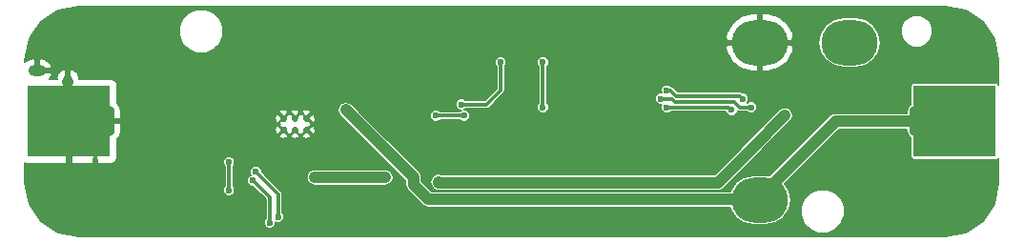
<source format=gbl>
G04 #@! TF.FileFunction,Copper,L2,Bot,Signal*
%FSLAX46Y46*%
G04 Gerber Fmt 4.6, Leading zero omitted, Abs format (unit mm)*
G04 Created by KiCad (PCBNEW 4.0.2+dfsg1-stable) date su 18. kesäkuuta 2017 19.48.31*
%MOMM*%
G01*
G04 APERTURE LIST*
%ADD10C,0.100000*%
%ADD11O,5.000000X4.000000*%
%ADD12R,7.340000X6.360000*%
%ADD13O,1.400000X2.900000*%
%ADD14C,0.400000*%
%ADD15O,0.950000X1.250000*%
%ADD16O,1.550000X1.000000*%
%ADD17C,0.600000*%
%ADD18C,0.300000*%
%ADD19C,1.000000*%
%ADD20C,0.152400*%
G04 APERTURE END LIST*
D10*
D11*
X172000000Y-107000000D03*
D12*
X189330000Y-100000000D03*
X110670000Y-100000000D03*
D11*
X172000000Y-93000000D03*
D13*
X186000000Y-100000000D03*
D14*
X129750000Y-99750000D03*
X130750000Y-99750000D03*
X131750000Y-99750000D03*
X131750000Y-100750000D03*
X130750000Y-100750000D03*
D15*
X110562540Y-96499100D03*
X110562540Y-101499100D03*
D16*
X107862540Y-95499100D03*
X107862540Y-102499100D03*
D14*
X129750000Y-100750000D03*
D13*
X114000000Y-100000000D03*
D11*
X180000000Y-93000000D03*
D17*
X180250000Y-103000000D03*
X113000000Y-103500000D03*
X149750000Y-92000000D03*
X110250000Y-108500000D03*
X109500000Y-107500000D03*
X123125000Y-101875000D03*
X168000000Y-100000000D03*
X155000000Y-104000000D03*
X151000000Y-99000000D03*
X150000000Y-101250000D03*
X127625000Y-108375000D03*
X119625000Y-98375000D03*
X124125000Y-98375000D03*
X130000000Y-107500000D03*
X131250000Y-107500000D03*
X129000000Y-93000000D03*
X163750000Y-98750000D03*
X169500000Y-99000000D03*
X124875000Y-106125000D03*
X124875000Y-103625000D03*
X152750000Y-94750000D03*
X152750000Y-98750000D03*
X143450000Y-105400000D03*
X171250000Y-102500000D03*
X174250000Y-99500000D03*
X145500000Y-98500000D03*
X149000000Y-94750000D03*
X135250000Y-99000000D03*
X132500000Y-105000000D03*
X138750000Y-105000000D03*
X163750000Y-97250000D03*
X170500000Y-98000000D03*
X127250000Y-104500000D03*
X129250000Y-108500000D03*
X163250000Y-98000000D03*
X171250000Y-98750000D03*
X128500000Y-109000000D03*
X127000000Y-105250000D03*
X143250000Y-99500000D03*
X145750000Y-99500000D03*
D18*
X113000000Y-102330000D02*
X113000000Y-103500000D01*
X113000000Y-102330000D02*
X110670000Y-100000000D01*
X163750000Y-98750000D02*
X169000000Y-98750000D01*
X169250000Y-98750000D02*
X169500000Y-99000000D01*
X169000000Y-98750000D02*
X169250000Y-98750000D01*
X124875000Y-103625000D02*
X124875000Y-106125000D01*
D19*
X170000000Y-103750000D02*
X168300000Y-105450000D01*
X168300000Y-105450000D02*
X156000000Y-105450000D01*
D18*
X152750000Y-98750000D02*
X152750000Y-94750000D01*
D19*
X156000000Y-105450000D02*
X143500000Y-105450000D01*
X143500000Y-105450000D02*
X143450000Y-105400000D01*
X170000000Y-103750000D02*
X171250000Y-102500000D01*
X171250000Y-102500000D02*
X174250000Y-99500000D01*
D18*
X147750000Y-98500000D02*
X148500000Y-97750000D01*
X145500000Y-98500000D02*
X147750000Y-98500000D01*
X149000000Y-94750000D02*
X149000000Y-97250000D01*
X148500000Y-97750000D02*
X149000000Y-97250000D01*
D19*
X172000000Y-107000000D02*
X172000000Y-106750000D01*
X172000000Y-106750000D02*
X178750000Y-100000000D01*
X156650000Y-106950000D02*
X171950000Y-106950000D01*
X171950000Y-106950000D02*
X172000000Y-107000000D01*
X180750000Y-100000000D02*
X189330000Y-100000000D01*
X180750000Y-100000000D02*
X178750000Y-100000000D01*
X156650000Y-106950000D02*
X142550000Y-106950000D01*
X142550000Y-106950000D02*
X141250000Y-105650000D01*
X141250000Y-105650000D02*
X141250000Y-105000000D01*
X141250000Y-105000000D02*
X135250000Y-99000000D01*
X189330000Y-100000000D02*
X189000000Y-100000000D01*
X189330000Y-100000000D02*
X186750000Y-97420000D01*
X189330000Y-100000000D02*
X188750000Y-100000000D01*
X132500000Y-105000000D02*
X138750000Y-105000000D01*
D18*
X164092196Y-97250000D02*
X164592196Y-97750000D01*
X163750000Y-97250000D02*
X164092196Y-97250000D01*
X170000000Y-97750000D02*
X170250000Y-97750000D01*
X170250000Y-97750000D02*
X170500000Y-98000000D01*
X164592196Y-97750000D02*
X170000000Y-97750000D01*
X129250000Y-108500000D02*
X129250000Y-106500000D01*
X127250000Y-104500000D02*
X129250000Y-106500000D01*
X164452402Y-98250000D02*
X169750000Y-98250000D01*
X164202402Y-98000000D02*
X164452402Y-98250000D01*
X163250000Y-98000000D02*
X164202402Y-98000000D01*
X170250000Y-98750000D02*
X171250000Y-98750000D01*
X169750000Y-98250000D02*
X170250000Y-98750000D01*
X128500000Y-106750000D02*
X128500000Y-109000000D01*
X127000000Y-105250000D02*
X128500000Y-106750000D01*
X145750000Y-99500000D02*
X143250000Y-99500000D01*
D20*
G36*
X190304714Y-90143038D02*
X191834676Y-91165327D01*
X192856962Y-92695286D01*
X193221400Y-94527441D01*
X193221400Y-96757937D01*
X193217138Y-96735286D01*
X193167072Y-96657482D01*
X193090680Y-96605285D01*
X193000000Y-96586922D01*
X185660000Y-96586922D01*
X185575286Y-96602862D01*
X185497482Y-96652928D01*
X185445285Y-96729320D01*
X185426922Y-96820000D01*
X185426922Y-98504674D01*
X185343381Y-98560495D01*
X185142085Y-98861754D01*
X185071400Y-99217114D01*
X185071400Y-99271400D01*
X178750000Y-99271400D01*
X178471177Y-99326861D01*
X178234802Y-99484802D01*
X172882711Y-104836893D01*
X172553456Y-104771400D01*
X171446544Y-104771400D01*
X170593696Y-104941042D01*
X169870686Y-105424142D01*
X169387586Y-106147152D01*
X169372817Y-106221400D01*
X142851796Y-106221400D01*
X142030396Y-105400000D01*
X142721400Y-105400000D01*
X142776861Y-105678824D01*
X142934802Y-105915198D01*
X142984802Y-105965198D01*
X143221177Y-106123139D01*
X143500000Y-106178600D01*
X168300000Y-106178600D01*
X168578824Y-106123139D01*
X168815198Y-105965198D01*
X174765198Y-100015198D01*
X174923139Y-99778823D01*
X174978600Y-99500000D01*
X174923139Y-99221176D01*
X174765198Y-98984802D01*
X174528824Y-98826861D01*
X174250000Y-98771400D01*
X173971177Y-98826861D01*
X173734802Y-98984802D01*
X167998204Y-104721400D01*
X143701369Y-104721400D01*
X143450000Y-104671400D01*
X143171176Y-104726861D01*
X142934802Y-104884802D01*
X142776861Y-105121176D01*
X142721400Y-105400000D01*
X142030396Y-105400000D01*
X141978600Y-105348204D01*
X141978600Y-105000000D01*
X141962966Y-104921400D01*
X141923139Y-104721176D01*
X141765198Y-104484802D01*
X136885080Y-99604684D01*
X142721308Y-99604684D01*
X142801613Y-99799037D01*
X142950181Y-99947864D01*
X143144394Y-100028508D01*
X143354684Y-100028692D01*
X143549037Y-99948387D01*
X143618946Y-99878600D01*
X145381038Y-99878600D01*
X145450181Y-99947864D01*
X145644394Y-100028508D01*
X145854684Y-100028692D01*
X146049037Y-99948387D01*
X146197864Y-99799819D01*
X146278508Y-99605606D01*
X146278692Y-99395316D01*
X146198387Y-99200963D01*
X146049819Y-99052136D01*
X145855606Y-98971492D01*
X145743356Y-98971394D01*
X145799037Y-98948387D01*
X145868946Y-98878600D01*
X147749995Y-98878600D01*
X147750000Y-98878601D01*
X147894884Y-98849781D01*
X148017711Y-98767711D01*
X148767711Y-98017711D01*
X149267708Y-97517713D01*
X149267711Y-97517711D01*
X149349781Y-97394884D01*
X149354452Y-97371400D01*
X149378601Y-97250000D01*
X149378600Y-97249995D01*
X149378600Y-95118962D01*
X149447864Y-95049819D01*
X149528508Y-94855606D01*
X149528508Y-94854684D01*
X152221308Y-94854684D01*
X152301613Y-95049037D01*
X152371400Y-95118946D01*
X152371400Y-98381038D01*
X152302136Y-98450181D01*
X152221492Y-98644394D01*
X152221308Y-98854684D01*
X152301613Y-99049037D01*
X152450181Y-99197864D01*
X152644394Y-99278508D01*
X152854684Y-99278692D01*
X153049037Y-99198387D01*
X153197864Y-99049819D01*
X153278508Y-98855606D01*
X153278692Y-98645316D01*
X153198387Y-98450963D01*
X153128600Y-98381054D01*
X153128600Y-98104684D01*
X162721308Y-98104684D01*
X162801613Y-98299037D01*
X162950181Y-98447864D01*
X163144394Y-98528508D01*
X163269566Y-98528618D01*
X163221492Y-98644394D01*
X163221308Y-98854684D01*
X163301613Y-99049037D01*
X163450181Y-99197864D01*
X163644394Y-99278508D01*
X163854684Y-99278692D01*
X164049037Y-99198387D01*
X164118946Y-99128600D01*
X168981190Y-99128600D01*
X169051613Y-99299037D01*
X169200181Y-99447864D01*
X169394394Y-99528508D01*
X169604684Y-99528692D01*
X169799037Y-99448387D01*
X169947864Y-99299819D01*
X170028508Y-99105606D01*
X170028558Y-99048627D01*
X170033810Y-99052136D01*
X170105116Y-99099781D01*
X170250000Y-99128601D01*
X170250005Y-99128600D01*
X170881038Y-99128600D01*
X170950181Y-99197864D01*
X171144394Y-99278508D01*
X171354684Y-99278692D01*
X171549037Y-99198387D01*
X171697864Y-99049819D01*
X171778508Y-98855606D01*
X171778692Y-98645316D01*
X171698387Y-98450963D01*
X171549819Y-98302136D01*
X171355606Y-98221492D01*
X171145316Y-98221308D01*
X170950963Y-98301613D01*
X170881054Y-98371400D01*
X170876158Y-98371400D01*
X170947864Y-98299819D01*
X171028508Y-98105606D01*
X171028692Y-97895316D01*
X170948387Y-97700963D01*
X170799819Y-97552136D01*
X170605606Y-97471492D01*
X170501416Y-97471401D01*
X170394884Y-97400219D01*
X170250000Y-97371399D01*
X170249995Y-97371400D01*
X164749017Y-97371400D01*
X164359907Y-96982289D01*
X164237080Y-96900219D01*
X164125593Y-96878042D01*
X164049819Y-96802136D01*
X163855606Y-96721492D01*
X163645316Y-96721308D01*
X163450963Y-96801613D01*
X163302136Y-96950181D01*
X163221492Y-97144394D01*
X163221308Y-97354684D01*
X163269541Y-97471417D01*
X163145316Y-97471308D01*
X162950963Y-97551613D01*
X162802136Y-97700181D01*
X162721492Y-97894394D01*
X162721308Y-98104684D01*
X153128600Y-98104684D01*
X153128600Y-95118962D01*
X153197864Y-95049819D01*
X153278508Y-94855606D01*
X153278692Y-94645316D01*
X153198387Y-94450963D01*
X153049819Y-94302136D01*
X152855606Y-94221492D01*
X152645316Y-94221308D01*
X152450963Y-94301613D01*
X152302136Y-94450181D01*
X152221492Y-94644394D01*
X152221308Y-94854684D01*
X149528508Y-94854684D01*
X149528692Y-94645316D01*
X149448387Y-94450963D01*
X149299819Y-94302136D01*
X149105606Y-94221492D01*
X148895316Y-94221308D01*
X148700963Y-94301613D01*
X148552136Y-94450181D01*
X148471492Y-94644394D01*
X148471308Y-94854684D01*
X148551613Y-95049037D01*
X148621400Y-95118946D01*
X148621400Y-97093179D01*
X148232289Y-97482289D01*
X147593178Y-98121400D01*
X145868962Y-98121400D01*
X145799819Y-98052136D01*
X145605606Y-97971492D01*
X145395316Y-97971308D01*
X145200963Y-98051613D01*
X145052136Y-98200181D01*
X144971492Y-98394394D01*
X144971308Y-98604684D01*
X145051613Y-98799037D01*
X145200181Y-98947864D01*
X145394394Y-99028508D01*
X145506644Y-99028606D01*
X145450963Y-99051613D01*
X145381054Y-99121400D01*
X143618962Y-99121400D01*
X143549819Y-99052136D01*
X143355606Y-98971492D01*
X143145316Y-98971308D01*
X142950963Y-99051613D01*
X142802136Y-99200181D01*
X142721492Y-99394394D01*
X142721308Y-99604684D01*
X136885080Y-99604684D01*
X135765198Y-98484802D01*
X135528824Y-98326861D01*
X135250000Y-98271400D01*
X134971176Y-98326861D01*
X134734802Y-98484802D01*
X134576861Y-98721176D01*
X134521400Y-99000000D01*
X134576861Y-99278824D01*
X134734802Y-99515198D01*
X140521400Y-105301796D01*
X140521400Y-105650000D01*
X140576861Y-105928824D01*
X140734802Y-106165198D01*
X142034802Y-107465198D01*
X142271177Y-107623139D01*
X142550000Y-107678600D01*
X169352926Y-107678600D01*
X169387586Y-107852848D01*
X169870686Y-108575858D01*
X170593696Y-109058958D01*
X171446544Y-109228600D01*
X172553456Y-109228600D01*
X173406304Y-109058958D01*
X174129314Y-108575858D01*
X174255578Y-108386890D01*
X175646062Y-108386890D01*
X175942853Y-109105180D01*
X176491930Y-109655216D01*
X177209700Y-109953260D01*
X177986890Y-109953938D01*
X178705180Y-109657147D01*
X179255216Y-109108070D01*
X179553260Y-108390300D01*
X179553938Y-107613110D01*
X179257147Y-106894820D01*
X178708070Y-106344784D01*
X177990300Y-106046740D01*
X177213110Y-106046062D01*
X176494820Y-106342853D01*
X175944784Y-106891930D01*
X175646740Y-107609700D01*
X175646062Y-108386890D01*
X174255578Y-108386890D01*
X174612414Y-107852848D01*
X174782056Y-107000000D01*
X174612414Y-106147152D01*
X174220213Y-105560183D01*
X179051796Y-100728600D01*
X185071400Y-100728600D01*
X185071400Y-100782886D01*
X185142085Y-101138246D01*
X185343381Y-101439505D01*
X185426922Y-101495326D01*
X185426922Y-103180000D01*
X185442862Y-103264714D01*
X185492928Y-103342518D01*
X185569320Y-103394715D01*
X185660000Y-103413078D01*
X193000000Y-103413078D01*
X193084714Y-103397138D01*
X193162518Y-103347072D01*
X193214715Y-103270680D01*
X193221400Y-103237668D01*
X193221400Y-105472559D01*
X192856962Y-107304714D01*
X191834676Y-108834673D01*
X190304714Y-109856962D01*
X188472559Y-110221400D01*
X111527441Y-110221400D01*
X109695286Y-109856962D01*
X108165327Y-108834676D01*
X107143038Y-107304714D01*
X106778600Y-105472559D01*
X106778600Y-103720627D01*
X106883795Y-103764200D01*
X110346150Y-103764200D01*
X110492200Y-103618150D01*
X110492200Y-100453427D01*
X110740340Y-100453427D01*
X110740340Y-101321300D01*
X110760340Y-101321300D01*
X110760340Y-101676900D01*
X110740340Y-101676900D01*
X110740340Y-102544773D01*
X110847800Y-102616673D01*
X110847800Y-103618150D01*
X110993850Y-103764200D01*
X114456205Y-103764200D01*
X114539534Y-103729684D01*
X124346308Y-103729684D01*
X124426613Y-103924037D01*
X124496400Y-103993946D01*
X124496400Y-105756038D01*
X124427136Y-105825181D01*
X124346492Y-106019394D01*
X124346308Y-106229684D01*
X124426613Y-106424037D01*
X124575181Y-106572864D01*
X124769394Y-106653508D01*
X124979684Y-106653692D01*
X125174037Y-106573387D01*
X125322864Y-106424819D01*
X125403508Y-106230606D01*
X125403692Y-106020316D01*
X125323387Y-105825963D01*
X125253600Y-105756054D01*
X125253600Y-105354684D01*
X126471308Y-105354684D01*
X126551613Y-105549037D01*
X126700181Y-105697864D01*
X126894394Y-105778508D01*
X126993173Y-105778594D01*
X128121400Y-106906821D01*
X128121400Y-108631038D01*
X128052136Y-108700181D01*
X127971492Y-108894394D01*
X127971308Y-109104684D01*
X128051613Y-109299037D01*
X128200181Y-109447864D01*
X128394394Y-109528508D01*
X128604684Y-109528692D01*
X128799037Y-109448387D01*
X128947864Y-109299819D01*
X129028508Y-109105606D01*
X129028618Y-108980434D01*
X129144394Y-109028508D01*
X129354684Y-109028692D01*
X129549037Y-108948387D01*
X129697864Y-108799819D01*
X129778508Y-108605606D01*
X129778692Y-108395316D01*
X129698387Y-108200963D01*
X129628600Y-108131054D01*
X129628600Y-106500000D01*
X129599781Y-106355116D01*
X129517711Y-106232289D01*
X128285422Y-105000000D01*
X131771400Y-105000000D01*
X131826861Y-105278823D01*
X131984802Y-105515198D01*
X132221177Y-105673139D01*
X132500000Y-105728600D01*
X138750000Y-105728600D01*
X139028823Y-105673139D01*
X139265198Y-105515198D01*
X139423139Y-105278823D01*
X139478600Y-105000000D01*
X139423139Y-104721177D01*
X139265198Y-104484802D01*
X139028823Y-104326861D01*
X138750000Y-104271400D01*
X132500000Y-104271400D01*
X132221177Y-104326861D01*
X131984802Y-104484802D01*
X131826861Y-104721177D01*
X131771400Y-105000000D01*
X128285422Y-105000000D01*
X127778606Y-104493184D01*
X127778692Y-104395316D01*
X127698387Y-104200963D01*
X127549819Y-104052136D01*
X127355606Y-103971492D01*
X127145316Y-103971308D01*
X126950963Y-104051613D01*
X126802136Y-104200181D01*
X126721492Y-104394394D01*
X126721308Y-104604684D01*
X126787844Y-104765714D01*
X126700963Y-104801613D01*
X126552136Y-104950181D01*
X126471492Y-105144394D01*
X126471308Y-105354684D01*
X125253600Y-105354684D01*
X125253600Y-103993962D01*
X125322864Y-103924819D01*
X125403508Y-103730606D01*
X125403692Y-103520316D01*
X125323387Y-103325963D01*
X125174819Y-103177136D01*
X124980606Y-103096492D01*
X124770316Y-103096308D01*
X124575963Y-103176613D01*
X124427136Y-103325181D01*
X124346492Y-103519394D01*
X124346308Y-103729684D01*
X114539534Y-103729684D01*
X114670923Y-103675261D01*
X114835261Y-103510922D01*
X114924200Y-103296204D01*
X114924200Y-101624196D01*
X115118405Y-101405708D01*
X115162927Y-101277372D01*
X129364049Y-101277372D01*
X129364620Y-101450560D01*
X129662048Y-101544711D01*
X129972865Y-101517875D01*
X130135380Y-101450560D01*
X130135951Y-101277372D01*
X130364049Y-101277372D01*
X130364620Y-101450560D01*
X130662048Y-101544711D01*
X130972865Y-101517875D01*
X131135380Y-101450560D01*
X131135951Y-101277372D01*
X131364049Y-101277372D01*
X131364620Y-101450560D01*
X131662048Y-101544711D01*
X131972865Y-101517875D01*
X132135380Y-101450560D01*
X132135951Y-101277372D01*
X131750000Y-100891421D01*
X131364049Y-101277372D01*
X131135951Y-101277372D01*
X130750000Y-100891421D01*
X130364049Y-101277372D01*
X130135951Y-101277372D01*
X129750000Y-100891421D01*
X129364049Y-101277372D01*
X115162927Y-101277372D01*
X115284200Y-100927800D01*
X115284200Y-100662048D01*
X128955289Y-100662048D01*
X128982125Y-100972865D01*
X129049440Y-101135380D01*
X129222628Y-101135951D01*
X129608579Y-100750000D01*
X129222628Y-100364049D01*
X129049440Y-100364620D01*
X128955289Y-100662048D01*
X115284200Y-100662048D01*
X115284200Y-100222628D01*
X129364049Y-100222628D01*
X129391421Y-100250000D01*
X129364049Y-100277372D01*
X129364620Y-100450560D01*
X129662048Y-100544711D01*
X129684218Y-100542797D01*
X129750000Y-100608579D01*
X129819156Y-100539424D01*
X129956565Y-100676833D01*
X129957203Y-100684218D01*
X129891421Y-100750000D01*
X129969636Y-100828215D01*
X129982125Y-100972865D01*
X130049440Y-101135380D01*
X130222628Y-101135951D01*
X130250000Y-101108579D01*
X130277372Y-101135951D01*
X130450560Y-101135380D01*
X130544711Y-100837952D01*
X130542797Y-100815782D01*
X130608579Y-100750000D01*
X130539424Y-100680845D01*
X130676833Y-100543435D01*
X130684218Y-100542797D01*
X130750000Y-100608579D01*
X130819156Y-100539424D01*
X130956565Y-100676833D01*
X130957203Y-100684218D01*
X130891421Y-100750000D01*
X130969636Y-100828215D01*
X130982125Y-100972865D01*
X131049440Y-101135380D01*
X131222628Y-101135951D01*
X131250000Y-101108579D01*
X131277372Y-101135951D01*
X131450560Y-101135380D01*
X131544711Y-100837952D01*
X131542797Y-100815782D01*
X131608579Y-100750000D01*
X131891421Y-100750000D01*
X132277372Y-101135951D01*
X132450560Y-101135380D01*
X132544711Y-100837952D01*
X132517875Y-100527135D01*
X132450560Y-100364620D01*
X132277372Y-100364049D01*
X131891421Y-100750000D01*
X131608579Y-100750000D01*
X131539424Y-100680845D01*
X131676833Y-100543435D01*
X131684218Y-100542797D01*
X131750000Y-100608579D01*
X131828215Y-100530364D01*
X131972865Y-100517875D01*
X132135380Y-100450560D01*
X132135951Y-100277372D01*
X132108579Y-100250000D01*
X132135951Y-100222628D01*
X132135380Y-100049440D01*
X131837952Y-99955289D01*
X131815782Y-99957203D01*
X131750000Y-99891421D01*
X131680845Y-99960577D01*
X131543435Y-99823167D01*
X131542797Y-99815782D01*
X131608579Y-99750000D01*
X131891421Y-99750000D01*
X132277372Y-100135951D01*
X132450560Y-100135380D01*
X132544711Y-99837952D01*
X132517875Y-99527135D01*
X132450560Y-99364620D01*
X132277372Y-99364049D01*
X131891421Y-99750000D01*
X131608579Y-99750000D01*
X131530364Y-99671785D01*
X131517875Y-99527135D01*
X131450560Y-99364620D01*
X131277372Y-99364049D01*
X131250000Y-99391421D01*
X131222628Y-99364049D01*
X131049440Y-99364620D01*
X130955289Y-99662048D01*
X130957203Y-99684218D01*
X130891421Y-99750000D01*
X130960577Y-99819156D01*
X130823167Y-99956565D01*
X130815782Y-99957203D01*
X130750000Y-99891421D01*
X130680845Y-99960577D01*
X130543435Y-99823167D01*
X130542797Y-99815782D01*
X130608579Y-99750000D01*
X130530364Y-99671785D01*
X130517875Y-99527135D01*
X130450560Y-99364620D01*
X130277372Y-99364049D01*
X130250000Y-99391421D01*
X130222628Y-99364049D01*
X130049440Y-99364620D01*
X129955289Y-99662048D01*
X129957203Y-99684218D01*
X129891421Y-99750000D01*
X129960577Y-99819156D01*
X129823167Y-99956565D01*
X129815782Y-99957203D01*
X129750000Y-99891421D01*
X129671785Y-99969636D01*
X129527135Y-99982125D01*
X129364620Y-100049440D01*
X129364049Y-100222628D01*
X115284200Y-100222628D01*
X115284200Y-100177800D01*
X110847800Y-100177800D01*
X110847800Y-100381527D01*
X110740340Y-100453427D01*
X110492200Y-100453427D01*
X110492200Y-100177800D01*
X110472200Y-100177800D01*
X110472200Y-99822200D01*
X110492200Y-99822200D01*
X110492200Y-96381850D01*
X110384740Y-96274390D01*
X110384740Y-95453427D01*
X110740340Y-95453427D01*
X110740340Y-96321300D01*
X110760340Y-96321300D01*
X110760340Y-96676900D01*
X110740340Y-96676900D01*
X110740340Y-97544773D01*
X110847800Y-97616673D01*
X110847800Y-99822200D01*
X115284200Y-99822200D01*
X115284200Y-99662048D01*
X128955289Y-99662048D01*
X128982125Y-99972865D01*
X129049440Y-100135380D01*
X129222628Y-100135951D01*
X129608579Y-99750000D01*
X129222628Y-99364049D01*
X129049440Y-99364620D01*
X128955289Y-99662048D01*
X115284200Y-99662048D01*
X115284200Y-99222628D01*
X129364049Y-99222628D01*
X129750000Y-99608579D01*
X130135951Y-99222628D01*
X130364049Y-99222628D01*
X130750000Y-99608579D01*
X131135951Y-99222628D01*
X131364049Y-99222628D01*
X131750000Y-99608579D01*
X132135951Y-99222628D01*
X132135380Y-99049440D01*
X131837952Y-98955289D01*
X131527135Y-98982125D01*
X131364620Y-99049440D01*
X131364049Y-99222628D01*
X131135951Y-99222628D01*
X131135380Y-99049440D01*
X130837952Y-98955289D01*
X130527135Y-98982125D01*
X130364620Y-99049440D01*
X130364049Y-99222628D01*
X130135951Y-99222628D01*
X130135380Y-99049440D01*
X129837952Y-98955289D01*
X129527135Y-98982125D01*
X129364620Y-99049440D01*
X129364049Y-99222628D01*
X115284200Y-99222628D01*
X115284200Y-99072200D01*
X115118405Y-98594292D01*
X114924200Y-98375804D01*
X114924200Y-96703796D01*
X114835261Y-96489078D01*
X114670923Y-96324739D01*
X114456205Y-96235800D01*
X111540046Y-96235800D01*
X111602046Y-96156312D01*
X111449142Y-95773185D01*
X111161260Y-95477736D01*
X110901495Y-95345600D01*
X110740340Y-95453427D01*
X110384740Y-95453427D01*
X110223585Y-95345600D01*
X109963820Y-95477736D01*
X109675938Y-95773185D01*
X109523034Y-96156312D01*
X109585034Y-96235800D01*
X108943067Y-96235800D01*
X108963959Y-96219674D01*
X109166080Y-95842021D01*
X109058687Y-95676900D01*
X108040340Y-95676900D01*
X108040340Y-95696900D01*
X107684740Y-95696900D01*
X107684740Y-95676900D01*
X107664740Y-95676900D01*
X107664740Y-95321300D01*
X107684740Y-95321300D01*
X107684740Y-94553019D01*
X108040340Y-94553019D01*
X108040340Y-95321300D01*
X109058687Y-95321300D01*
X109166080Y-95156179D01*
X108963959Y-94778526D01*
X108625300Y-94517119D01*
X108212384Y-94405210D01*
X108040340Y-94553019D01*
X107684740Y-94553019D01*
X107512696Y-94405210D01*
X107099780Y-94517119D01*
X106778600Y-94765034D01*
X106778600Y-94527441D01*
X107143038Y-92695286D01*
X107349101Y-92386890D01*
X120446062Y-92386890D01*
X120742853Y-93105180D01*
X121291930Y-93655216D01*
X122009700Y-93953260D01*
X122786890Y-93953938D01*
X123505180Y-93657147D01*
X123583552Y-93578911D01*
X168981478Y-93578911D01*
X169044469Y-93824665D01*
X169546971Y-94701582D01*
X170346804Y-95319448D01*
X171322200Y-95584200D01*
X171822200Y-95584200D01*
X171822200Y-93177800D01*
X172177800Y-93177800D01*
X172177800Y-95584200D01*
X172677800Y-95584200D01*
X173653196Y-95319448D01*
X174453029Y-94701582D01*
X174955531Y-93824665D01*
X175018522Y-93578911D01*
X174931658Y-93177800D01*
X172177800Y-93177800D01*
X171822200Y-93177800D01*
X169068342Y-93177800D01*
X168981478Y-93578911D01*
X123583552Y-93578911D01*
X124055216Y-93108070D01*
X124100090Y-93000000D01*
X177217944Y-93000000D01*
X177387586Y-93852848D01*
X177870686Y-94575858D01*
X178593696Y-95058958D01*
X179446544Y-95228600D01*
X180553456Y-95228600D01*
X181406304Y-95058958D01*
X182129314Y-94575858D01*
X182612414Y-93852848D01*
X182782056Y-93000000D01*
X182639223Y-92281929D01*
X184506153Y-92281929D01*
X184722427Y-92805351D01*
X185122542Y-93206166D01*
X185645586Y-93423352D01*
X186211929Y-93423847D01*
X186735351Y-93207573D01*
X187136166Y-92807458D01*
X187353352Y-92284414D01*
X187353847Y-91718071D01*
X187137573Y-91194649D01*
X186737458Y-90793834D01*
X186214414Y-90576648D01*
X185648071Y-90576153D01*
X185124649Y-90792427D01*
X184723834Y-91192542D01*
X184506648Y-91715586D01*
X184506153Y-92281929D01*
X182639223Y-92281929D01*
X182612414Y-92147152D01*
X182129314Y-91424142D01*
X181406304Y-90941042D01*
X180553456Y-90771400D01*
X179446544Y-90771400D01*
X178593696Y-90941042D01*
X177870686Y-91424142D01*
X177387586Y-92147152D01*
X177217944Y-93000000D01*
X124100090Y-93000000D01*
X124340475Y-92421089D01*
X168981478Y-92421089D01*
X169068342Y-92822200D01*
X171822200Y-92822200D01*
X171822200Y-90415800D01*
X172177800Y-90415800D01*
X172177800Y-92822200D01*
X174931658Y-92822200D01*
X175018522Y-92421089D01*
X174955531Y-92175335D01*
X174453029Y-91298418D01*
X173653196Y-90680552D01*
X172677800Y-90415800D01*
X172177800Y-90415800D01*
X171822200Y-90415800D01*
X171322200Y-90415800D01*
X170346804Y-90680552D01*
X169546971Y-91298418D01*
X169044469Y-92175335D01*
X168981478Y-92421089D01*
X124340475Y-92421089D01*
X124353260Y-92390300D01*
X124353938Y-91613110D01*
X124057147Y-90894820D01*
X123508070Y-90344784D01*
X122790300Y-90046740D01*
X122013110Y-90046062D01*
X121294820Y-90342853D01*
X120744784Y-90891930D01*
X120446740Y-91609700D01*
X120446062Y-92386890D01*
X107349101Y-92386890D01*
X108165327Y-91165324D01*
X109695286Y-90143038D01*
X111527441Y-89778600D01*
X188472559Y-89778600D01*
X190304714Y-90143038D01*
X190304714Y-90143038D01*
G37*
X190304714Y-90143038D02*
X191834676Y-91165327D01*
X192856962Y-92695286D01*
X193221400Y-94527441D01*
X193221400Y-96757937D01*
X193217138Y-96735286D01*
X193167072Y-96657482D01*
X193090680Y-96605285D01*
X193000000Y-96586922D01*
X185660000Y-96586922D01*
X185575286Y-96602862D01*
X185497482Y-96652928D01*
X185445285Y-96729320D01*
X185426922Y-96820000D01*
X185426922Y-98504674D01*
X185343381Y-98560495D01*
X185142085Y-98861754D01*
X185071400Y-99217114D01*
X185071400Y-99271400D01*
X178750000Y-99271400D01*
X178471177Y-99326861D01*
X178234802Y-99484802D01*
X172882711Y-104836893D01*
X172553456Y-104771400D01*
X171446544Y-104771400D01*
X170593696Y-104941042D01*
X169870686Y-105424142D01*
X169387586Y-106147152D01*
X169372817Y-106221400D01*
X142851796Y-106221400D01*
X142030396Y-105400000D01*
X142721400Y-105400000D01*
X142776861Y-105678824D01*
X142934802Y-105915198D01*
X142984802Y-105965198D01*
X143221177Y-106123139D01*
X143500000Y-106178600D01*
X168300000Y-106178600D01*
X168578824Y-106123139D01*
X168815198Y-105965198D01*
X174765198Y-100015198D01*
X174923139Y-99778823D01*
X174978600Y-99500000D01*
X174923139Y-99221176D01*
X174765198Y-98984802D01*
X174528824Y-98826861D01*
X174250000Y-98771400D01*
X173971177Y-98826861D01*
X173734802Y-98984802D01*
X167998204Y-104721400D01*
X143701369Y-104721400D01*
X143450000Y-104671400D01*
X143171176Y-104726861D01*
X142934802Y-104884802D01*
X142776861Y-105121176D01*
X142721400Y-105400000D01*
X142030396Y-105400000D01*
X141978600Y-105348204D01*
X141978600Y-105000000D01*
X141962966Y-104921400D01*
X141923139Y-104721176D01*
X141765198Y-104484802D01*
X136885080Y-99604684D01*
X142721308Y-99604684D01*
X142801613Y-99799037D01*
X142950181Y-99947864D01*
X143144394Y-100028508D01*
X143354684Y-100028692D01*
X143549037Y-99948387D01*
X143618946Y-99878600D01*
X145381038Y-99878600D01*
X145450181Y-99947864D01*
X145644394Y-100028508D01*
X145854684Y-100028692D01*
X146049037Y-99948387D01*
X146197864Y-99799819D01*
X146278508Y-99605606D01*
X146278692Y-99395316D01*
X146198387Y-99200963D01*
X146049819Y-99052136D01*
X145855606Y-98971492D01*
X145743356Y-98971394D01*
X145799037Y-98948387D01*
X145868946Y-98878600D01*
X147749995Y-98878600D01*
X147750000Y-98878601D01*
X147894884Y-98849781D01*
X148017711Y-98767711D01*
X148767711Y-98017711D01*
X149267708Y-97517713D01*
X149267711Y-97517711D01*
X149349781Y-97394884D01*
X149354452Y-97371400D01*
X149378601Y-97250000D01*
X149378600Y-97249995D01*
X149378600Y-95118962D01*
X149447864Y-95049819D01*
X149528508Y-94855606D01*
X149528508Y-94854684D01*
X152221308Y-94854684D01*
X152301613Y-95049037D01*
X152371400Y-95118946D01*
X152371400Y-98381038D01*
X152302136Y-98450181D01*
X152221492Y-98644394D01*
X152221308Y-98854684D01*
X152301613Y-99049037D01*
X152450181Y-99197864D01*
X152644394Y-99278508D01*
X152854684Y-99278692D01*
X153049037Y-99198387D01*
X153197864Y-99049819D01*
X153278508Y-98855606D01*
X153278692Y-98645316D01*
X153198387Y-98450963D01*
X153128600Y-98381054D01*
X153128600Y-98104684D01*
X162721308Y-98104684D01*
X162801613Y-98299037D01*
X162950181Y-98447864D01*
X163144394Y-98528508D01*
X163269566Y-98528618D01*
X163221492Y-98644394D01*
X163221308Y-98854684D01*
X163301613Y-99049037D01*
X163450181Y-99197864D01*
X163644394Y-99278508D01*
X163854684Y-99278692D01*
X164049037Y-99198387D01*
X164118946Y-99128600D01*
X168981190Y-99128600D01*
X169051613Y-99299037D01*
X169200181Y-99447864D01*
X169394394Y-99528508D01*
X169604684Y-99528692D01*
X169799037Y-99448387D01*
X169947864Y-99299819D01*
X170028508Y-99105606D01*
X170028558Y-99048627D01*
X170033810Y-99052136D01*
X170105116Y-99099781D01*
X170250000Y-99128601D01*
X170250005Y-99128600D01*
X170881038Y-99128600D01*
X170950181Y-99197864D01*
X171144394Y-99278508D01*
X171354684Y-99278692D01*
X171549037Y-99198387D01*
X171697864Y-99049819D01*
X171778508Y-98855606D01*
X171778692Y-98645316D01*
X171698387Y-98450963D01*
X171549819Y-98302136D01*
X171355606Y-98221492D01*
X171145316Y-98221308D01*
X170950963Y-98301613D01*
X170881054Y-98371400D01*
X170876158Y-98371400D01*
X170947864Y-98299819D01*
X171028508Y-98105606D01*
X171028692Y-97895316D01*
X170948387Y-97700963D01*
X170799819Y-97552136D01*
X170605606Y-97471492D01*
X170501416Y-97471401D01*
X170394884Y-97400219D01*
X170250000Y-97371399D01*
X170249995Y-97371400D01*
X164749017Y-97371400D01*
X164359907Y-96982289D01*
X164237080Y-96900219D01*
X164125593Y-96878042D01*
X164049819Y-96802136D01*
X163855606Y-96721492D01*
X163645316Y-96721308D01*
X163450963Y-96801613D01*
X163302136Y-96950181D01*
X163221492Y-97144394D01*
X163221308Y-97354684D01*
X163269541Y-97471417D01*
X163145316Y-97471308D01*
X162950963Y-97551613D01*
X162802136Y-97700181D01*
X162721492Y-97894394D01*
X162721308Y-98104684D01*
X153128600Y-98104684D01*
X153128600Y-95118962D01*
X153197864Y-95049819D01*
X153278508Y-94855606D01*
X153278692Y-94645316D01*
X153198387Y-94450963D01*
X153049819Y-94302136D01*
X152855606Y-94221492D01*
X152645316Y-94221308D01*
X152450963Y-94301613D01*
X152302136Y-94450181D01*
X152221492Y-94644394D01*
X152221308Y-94854684D01*
X149528508Y-94854684D01*
X149528692Y-94645316D01*
X149448387Y-94450963D01*
X149299819Y-94302136D01*
X149105606Y-94221492D01*
X148895316Y-94221308D01*
X148700963Y-94301613D01*
X148552136Y-94450181D01*
X148471492Y-94644394D01*
X148471308Y-94854684D01*
X148551613Y-95049037D01*
X148621400Y-95118946D01*
X148621400Y-97093179D01*
X148232289Y-97482289D01*
X147593178Y-98121400D01*
X145868962Y-98121400D01*
X145799819Y-98052136D01*
X145605606Y-97971492D01*
X145395316Y-97971308D01*
X145200963Y-98051613D01*
X145052136Y-98200181D01*
X144971492Y-98394394D01*
X144971308Y-98604684D01*
X145051613Y-98799037D01*
X145200181Y-98947864D01*
X145394394Y-99028508D01*
X145506644Y-99028606D01*
X145450963Y-99051613D01*
X145381054Y-99121400D01*
X143618962Y-99121400D01*
X143549819Y-99052136D01*
X143355606Y-98971492D01*
X143145316Y-98971308D01*
X142950963Y-99051613D01*
X142802136Y-99200181D01*
X142721492Y-99394394D01*
X142721308Y-99604684D01*
X136885080Y-99604684D01*
X135765198Y-98484802D01*
X135528824Y-98326861D01*
X135250000Y-98271400D01*
X134971176Y-98326861D01*
X134734802Y-98484802D01*
X134576861Y-98721176D01*
X134521400Y-99000000D01*
X134576861Y-99278824D01*
X134734802Y-99515198D01*
X140521400Y-105301796D01*
X140521400Y-105650000D01*
X140576861Y-105928824D01*
X140734802Y-106165198D01*
X142034802Y-107465198D01*
X142271177Y-107623139D01*
X142550000Y-107678600D01*
X169352926Y-107678600D01*
X169387586Y-107852848D01*
X169870686Y-108575858D01*
X170593696Y-109058958D01*
X171446544Y-109228600D01*
X172553456Y-109228600D01*
X173406304Y-109058958D01*
X174129314Y-108575858D01*
X174255578Y-108386890D01*
X175646062Y-108386890D01*
X175942853Y-109105180D01*
X176491930Y-109655216D01*
X177209700Y-109953260D01*
X177986890Y-109953938D01*
X178705180Y-109657147D01*
X179255216Y-109108070D01*
X179553260Y-108390300D01*
X179553938Y-107613110D01*
X179257147Y-106894820D01*
X178708070Y-106344784D01*
X177990300Y-106046740D01*
X177213110Y-106046062D01*
X176494820Y-106342853D01*
X175944784Y-106891930D01*
X175646740Y-107609700D01*
X175646062Y-108386890D01*
X174255578Y-108386890D01*
X174612414Y-107852848D01*
X174782056Y-107000000D01*
X174612414Y-106147152D01*
X174220213Y-105560183D01*
X179051796Y-100728600D01*
X185071400Y-100728600D01*
X185071400Y-100782886D01*
X185142085Y-101138246D01*
X185343381Y-101439505D01*
X185426922Y-101495326D01*
X185426922Y-103180000D01*
X185442862Y-103264714D01*
X185492928Y-103342518D01*
X185569320Y-103394715D01*
X185660000Y-103413078D01*
X193000000Y-103413078D01*
X193084714Y-103397138D01*
X193162518Y-103347072D01*
X193214715Y-103270680D01*
X193221400Y-103237668D01*
X193221400Y-105472559D01*
X192856962Y-107304714D01*
X191834676Y-108834673D01*
X190304714Y-109856962D01*
X188472559Y-110221400D01*
X111527441Y-110221400D01*
X109695286Y-109856962D01*
X108165327Y-108834676D01*
X107143038Y-107304714D01*
X106778600Y-105472559D01*
X106778600Y-103720627D01*
X106883795Y-103764200D01*
X110346150Y-103764200D01*
X110492200Y-103618150D01*
X110492200Y-100453427D01*
X110740340Y-100453427D01*
X110740340Y-101321300D01*
X110760340Y-101321300D01*
X110760340Y-101676900D01*
X110740340Y-101676900D01*
X110740340Y-102544773D01*
X110847800Y-102616673D01*
X110847800Y-103618150D01*
X110993850Y-103764200D01*
X114456205Y-103764200D01*
X114539534Y-103729684D01*
X124346308Y-103729684D01*
X124426613Y-103924037D01*
X124496400Y-103993946D01*
X124496400Y-105756038D01*
X124427136Y-105825181D01*
X124346492Y-106019394D01*
X124346308Y-106229684D01*
X124426613Y-106424037D01*
X124575181Y-106572864D01*
X124769394Y-106653508D01*
X124979684Y-106653692D01*
X125174037Y-106573387D01*
X125322864Y-106424819D01*
X125403508Y-106230606D01*
X125403692Y-106020316D01*
X125323387Y-105825963D01*
X125253600Y-105756054D01*
X125253600Y-105354684D01*
X126471308Y-105354684D01*
X126551613Y-105549037D01*
X126700181Y-105697864D01*
X126894394Y-105778508D01*
X126993173Y-105778594D01*
X128121400Y-106906821D01*
X128121400Y-108631038D01*
X128052136Y-108700181D01*
X127971492Y-108894394D01*
X127971308Y-109104684D01*
X128051613Y-109299037D01*
X128200181Y-109447864D01*
X128394394Y-109528508D01*
X128604684Y-109528692D01*
X128799037Y-109448387D01*
X128947864Y-109299819D01*
X129028508Y-109105606D01*
X129028618Y-108980434D01*
X129144394Y-109028508D01*
X129354684Y-109028692D01*
X129549037Y-108948387D01*
X129697864Y-108799819D01*
X129778508Y-108605606D01*
X129778692Y-108395316D01*
X129698387Y-108200963D01*
X129628600Y-108131054D01*
X129628600Y-106500000D01*
X129599781Y-106355116D01*
X129517711Y-106232289D01*
X128285422Y-105000000D01*
X131771400Y-105000000D01*
X131826861Y-105278823D01*
X131984802Y-105515198D01*
X132221177Y-105673139D01*
X132500000Y-105728600D01*
X138750000Y-105728600D01*
X139028823Y-105673139D01*
X139265198Y-105515198D01*
X139423139Y-105278823D01*
X139478600Y-105000000D01*
X139423139Y-104721177D01*
X139265198Y-104484802D01*
X139028823Y-104326861D01*
X138750000Y-104271400D01*
X132500000Y-104271400D01*
X132221177Y-104326861D01*
X131984802Y-104484802D01*
X131826861Y-104721177D01*
X131771400Y-105000000D01*
X128285422Y-105000000D01*
X127778606Y-104493184D01*
X127778692Y-104395316D01*
X127698387Y-104200963D01*
X127549819Y-104052136D01*
X127355606Y-103971492D01*
X127145316Y-103971308D01*
X126950963Y-104051613D01*
X126802136Y-104200181D01*
X126721492Y-104394394D01*
X126721308Y-104604684D01*
X126787844Y-104765714D01*
X126700963Y-104801613D01*
X126552136Y-104950181D01*
X126471492Y-105144394D01*
X126471308Y-105354684D01*
X125253600Y-105354684D01*
X125253600Y-103993962D01*
X125322864Y-103924819D01*
X125403508Y-103730606D01*
X125403692Y-103520316D01*
X125323387Y-103325963D01*
X125174819Y-103177136D01*
X124980606Y-103096492D01*
X124770316Y-103096308D01*
X124575963Y-103176613D01*
X124427136Y-103325181D01*
X124346492Y-103519394D01*
X124346308Y-103729684D01*
X114539534Y-103729684D01*
X114670923Y-103675261D01*
X114835261Y-103510922D01*
X114924200Y-103296204D01*
X114924200Y-101624196D01*
X115118405Y-101405708D01*
X115162927Y-101277372D01*
X129364049Y-101277372D01*
X129364620Y-101450560D01*
X129662048Y-101544711D01*
X129972865Y-101517875D01*
X130135380Y-101450560D01*
X130135951Y-101277372D01*
X130364049Y-101277372D01*
X130364620Y-101450560D01*
X130662048Y-101544711D01*
X130972865Y-101517875D01*
X131135380Y-101450560D01*
X131135951Y-101277372D01*
X131364049Y-101277372D01*
X131364620Y-101450560D01*
X131662048Y-101544711D01*
X131972865Y-101517875D01*
X132135380Y-101450560D01*
X132135951Y-101277372D01*
X131750000Y-100891421D01*
X131364049Y-101277372D01*
X131135951Y-101277372D01*
X130750000Y-100891421D01*
X130364049Y-101277372D01*
X130135951Y-101277372D01*
X129750000Y-100891421D01*
X129364049Y-101277372D01*
X115162927Y-101277372D01*
X115284200Y-100927800D01*
X115284200Y-100662048D01*
X128955289Y-100662048D01*
X128982125Y-100972865D01*
X129049440Y-101135380D01*
X129222628Y-101135951D01*
X129608579Y-100750000D01*
X129222628Y-100364049D01*
X129049440Y-100364620D01*
X128955289Y-100662048D01*
X115284200Y-100662048D01*
X115284200Y-100222628D01*
X129364049Y-100222628D01*
X129391421Y-100250000D01*
X129364049Y-100277372D01*
X129364620Y-100450560D01*
X129662048Y-100544711D01*
X129684218Y-100542797D01*
X129750000Y-100608579D01*
X129819156Y-100539424D01*
X129956565Y-100676833D01*
X129957203Y-100684218D01*
X129891421Y-100750000D01*
X129969636Y-100828215D01*
X129982125Y-100972865D01*
X130049440Y-101135380D01*
X130222628Y-101135951D01*
X130250000Y-101108579D01*
X130277372Y-101135951D01*
X130450560Y-101135380D01*
X130544711Y-100837952D01*
X130542797Y-100815782D01*
X130608579Y-100750000D01*
X130539424Y-100680845D01*
X130676833Y-100543435D01*
X130684218Y-100542797D01*
X130750000Y-100608579D01*
X130819156Y-100539424D01*
X130956565Y-100676833D01*
X130957203Y-100684218D01*
X130891421Y-100750000D01*
X130969636Y-100828215D01*
X130982125Y-100972865D01*
X131049440Y-101135380D01*
X131222628Y-101135951D01*
X131250000Y-101108579D01*
X131277372Y-101135951D01*
X131450560Y-101135380D01*
X131544711Y-100837952D01*
X131542797Y-100815782D01*
X131608579Y-100750000D01*
X131891421Y-100750000D01*
X132277372Y-101135951D01*
X132450560Y-101135380D01*
X132544711Y-100837952D01*
X132517875Y-100527135D01*
X132450560Y-100364620D01*
X132277372Y-100364049D01*
X131891421Y-100750000D01*
X131608579Y-100750000D01*
X131539424Y-100680845D01*
X131676833Y-100543435D01*
X131684218Y-100542797D01*
X131750000Y-100608579D01*
X131828215Y-100530364D01*
X131972865Y-100517875D01*
X132135380Y-100450560D01*
X132135951Y-100277372D01*
X132108579Y-100250000D01*
X132135951Y-100222628D01*
X132135380Y-100049440D01*
X131837952Y-99955289D01*
X131815782Y-99957203D01*
X131750000Y-99891421D01*
X131680845Y-99960577D01*
X131543435Y-99823167D01*
X131542797Y-99815782D01*
X131608579Y-99750000D01*
X131891421Y-99750000D01*
X132277372Y-100135951D01*
X132450560Y-100135380D01*
X132544711Y-99837952D01*
X132517875Y-99527135D01*
X132450560Y-99364620D01*
X132277372Y-99364049D01*
X131891421Y-99750000D01*
X131608579Y-99750000D01*
X131530364Y-99671785D01*
X131517875Y-99527135D01*
X131450560Y-99364620D01*
X131277372Y-99364049D01*
X131250000Y-99391421D01*
X131222628Y-99364049D01*
X131049440Y-99364620D01*
X130955289Y-99662048D01*
X130957203Y-99684218D01*
X130891421Y-99750000D01*
X130960577Y-99819156D01*
X130823167Y-99956565D01*
X130815782Y-99957203D01*
X130750000Y-99891421D01*
X130680845Y-99960577D01*
X130543435Y-99823167D01*
X130542797Y-99815782D01*
X130608579Y-99750000D01*
X130530364Y-99671785D01*
X130517875Y-99527135D01*
X130450560Y-99364620D01*
X130277372Y-99364049D01*
X130250000Y-99391421D01*
X130222628Y-99364049D01*
X130049440Y-99364620D01*
X129955289Y-99662048D01*
X129957203Y-99684218D01*
X129891421Y-99750000D01*
X129960577Y-99819156D01*
X129823167Y-99956565D01*
X129815782Y-99957203D01*
X129750000Y-99891421D01*
X129671785Y-99969636D01*
X129527135Y-99982125D01*
X129364620Y-100049440D01*
X129364049Y-100222628D01*
X115284200Y-100222628D01*
X115284200Y-100177800D01*
X110847800Y-100177800D01*
X110847800Y-100381527D01*
X110740340Y-100453427D01*
X110492200Y-100453427D01*
X110492200Y-100177800D01*
X110472200Y-100177800D01*
X110472200Y-99822200D01*
X110492200Y-99822200D01*
X110492200Y-96381850D01*
X110384740Y-96274390D01*
X110384740Y-95453427D01*
X110740340Y-95453427D01*
X110740340Y-96321300D01*
X110760340Y-96321300D01*
X110760340Y-96676900D01*
X110740340Y-96676900D01*
X110740340Y-97544773D01*
X110847800Y-97616673D01*
X110847800Y-99822200D01*
X115284200Y-99822200D01*
X115284200Y-99662048D01*
X128955289Y-99662048D01*
X128982125Y-99972865D01*
X129049440Y-100135380D01*
X129222628Y-100135951D01*
X129608579Y-99750000D01*
X129222628Y-99364049D01*
X129049440Y-99364620D01*
X128955289Y-99662048D01*
X115284200Y-99662048D01*
X115284200Y-99222628D01*
X129364049Y-99222628D01*
X129750000Y-99608579D01*
X130135951Y-99222628D01*
X130364049Y-99222628D01*
X130750000Y-99608579D01*
X131135951Y-99222628D01*
X131364049Y-99222628D01*
X131750000Y-99608579D01*
X132135951Y-99222628D01*
X132135380Y-99049440D01*
X131837952Y-98955289D01*
X131527135Y-98982125D01*
X131364620Y-99049440D01*
X131364049Y-99222628D01*
X131135951Y-99222628D01*
X131135380Y-99049440D01*
X130837952Y-98955289D01*
X130527135Y-98982125D01*
X130364620Y-99049440D01*
X130364049Y-99222628D01*
X130135951Y-99222628D01*
X130135380Y-99049440D01*
X129837952Y-98955289D01*
X129527135Y-98982125D01*
X129364620Y-99049440D01*
X129364049Y-99222628D01*
X115284200Y-99222628D01*
X115284200Y-99072200D01*
X115118405Y-98594292D01*
X114924200Y-98375804D01*
X114924200Y-96703796D01*
X114835261Y-96489078D01*
X114670923Y-96324739D01*
X114456205Y-96235800D01*
X111540046Y-96235800D01*
X111602046Y-96156312D01*
X111449142Y-95773185D01*
X111161260Y-95477736D01*
X110901495Y-95345600D01*
X110740340Y-95453427D01*
X110384740Y-95453427D01*
X110223585Y-95345600D01*
X109963820Y-95477736D01*
X109675938Y-95773185D01*
X109523034Y-96156312D01*
X109585034Y-96235800D01*
X108943067Y-96235800D01*
X108963959Y-96219674D01*
X109166080Y-95842021D01*
X109058687Y-95676900D01*
X108040340Y-95676900D01*
X108040340Y-95696900D01*
X107684740Y-95696900D01*
X107684740Y-95676900D01*
X107664740Y-95676900D01*
X107664740Y-95321300D01*
X107684740Y-95321300D01*
X107684740Y-94553019D01*
X108040340Y-94553019D01*
X108040340Y-95321300D01*
X109058687Y-95321300D01*
X109166080Y-95156179D01*
X108963959Y-94778526D01*
X108625300Y-94517119D01*
X108212384Y-94405210D01*
X108040340Y-94553019D01*
X107684740Y-94553019D01*
X107512696Y-94405210D01*
X107099780Y-94517119D01*
X106778600Y-94765034D01*
X106778600Y-94527441D01*
X107143038Y-92695286D01*
X107349101Y-92386890D01*
X120446062Y-92386890D01*
X120742853Y-93105180D01*
X121291930Y-93655216D01*
X122009700Y-93953260D01*
X122786890Y-93953938D01*
X123505180Y-93657147D01*
X123583552Y-93578911D01*
X168981478Y-93578911D01*
X169044469Y-93824665D01*
X169546971Y-94701582D01*
X170346804Y-95319448D01*
X171322200Y-95584200D01*
X171822200Y-95584200D01*
X171822200Y-93177800D01*
X172177800Y-93177800D01*
X172177800Y-95584200D01*
X172677800Y-95584200D01*
X173653196Y-95319448D01*
X174453029Y-94701582D01*
X174955531Y-93824665D01*
X175018522Y-93578911D01*
X174931658Y-93177800D01*
X172177800Y-93177800D01*
X171822200Y-93177800D01*
X169068342Y-93177800D01*
X168981478Y-93578911D01*
X123583552Y-93578911D01*
X124055216Y-93108070D01*
X124100090Y-93000000D01*
X177217944Y-93000000D01*
X177387586Y-93852848D01*
X177870686Y-94575858D01*
X178593696Y-95058958D01*
X179446544Y-95228600D01*
X180553456Y-95228600D01*
X181406304Y-95058958D01*
X182129314Y-94575858D01*
X182612414Y-93852848D01*
X182782056Y-93000000D01*
X182639223Y-92281929D01*
X184506153Y-92281929D01*
X184722427Y-92805351D01*
X185122542Y-93206166D01*
X185645586Y-93423352D01*
X186211929Y-93423847D01*
X186735351Y-93207573D01*
X187136166Y-92807458D01*
X187353352Y-92284414D01*
X187353847Y-91718071D01*
X187137573Y-91194649D01*
X186737458Y-90793834D01*
X186214414Y-90576648D01*
X185648071Y-90576153D01*
X185124649Y-90792427D01*
X184723834Y-91192542D01*
X184506648Y-91715586D01*
X184506153Y-92281929D01*
X182639223Y-92281929D01*
X182612414Y-92147152D01*
X182129314Y-91424142D01*
X181406304Y-90941042D01*
X180553456Y-90771400D01*
X179446544Y-90771400D01*
X178593696Y-90941042D01*
X177870686Y-91424142D01*
X177387586Y-92147152D01*
X177217944Y-93000000D01*
X124100090Y-93000000D01*
X124340475Y-92421089D01*
X168981478Y-92421089D01*
X169068342Y-92822200D01*
X171822200Y-92822200D01*
X171822200Y-90415800D01*
X172177800Y-90415800D01*
X172177800Y-92822200D01*
X174931658Y-92822200D01*
X175018522Y-92421089D01*
X174955531Y-92175335D01*
X174453029Y-91298418D01*
X173653196Y-90680552D01*
X172677800Y-90415800D01*
X172177800Y-90415800D01*
X171822200Y-90415800D01*
X171322200Y-90415800D01*
X170346804Y-90680552D01*
X169546971Y-91298418D01*
X169044469Y-92175335D01*
X168981478Y-92421089D01*
X124340475Y-92421089D01*
X124353260Y-92390300D01*
X124353938Y-91613110D01*
X124057147Y-90894820D01*
X123508070Y-90344784D01*
X122790300Y-90046740D01*
X122013110Y-90046062D01*
X121294820Y-90342853D01*
X120744784Y-90891930D01*
X120446740Y-91609700D01*
X120446062Y-92386890D01*
X107349101Y-92386890D01*
X108165327Y-91165324D01*
X109695286Y-90143038D01*
X111527441Y-89778600D01*
X188472559Y-89778600D01*
X190304714Y-90143038D01*
M02*

</source>
